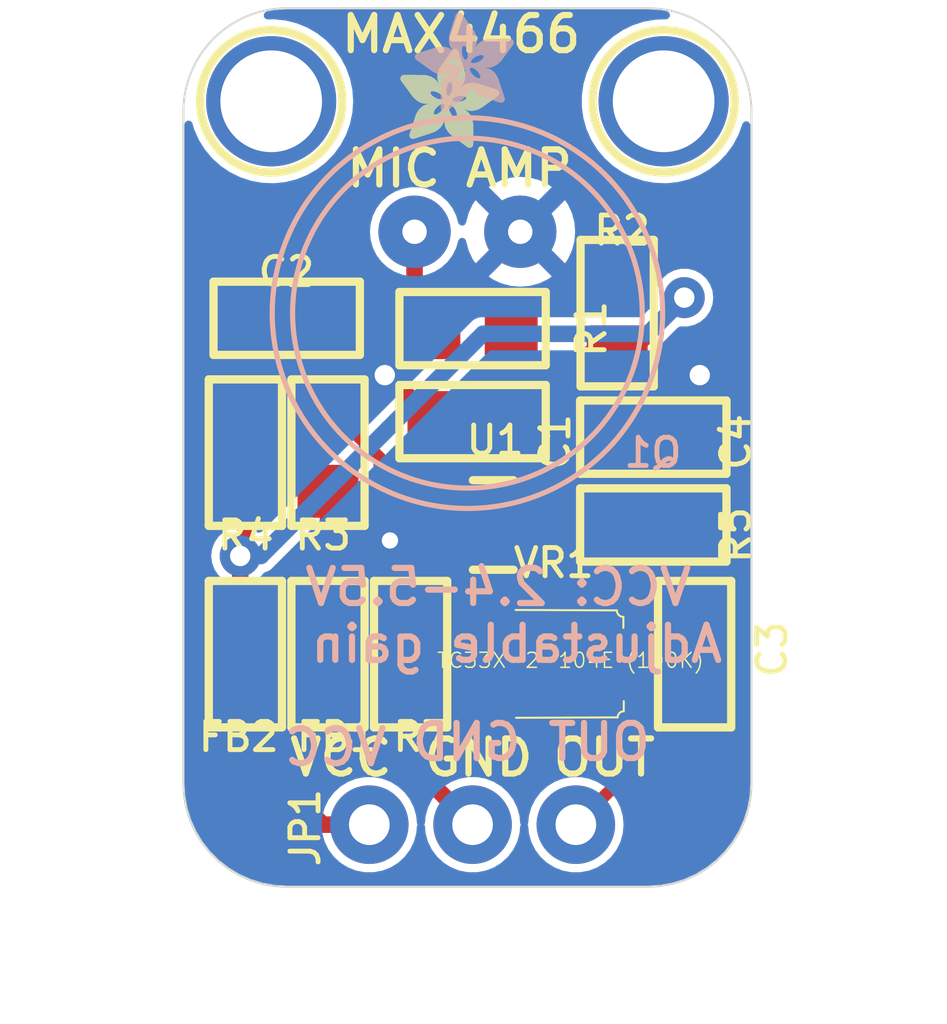
<source format=kicad_pcb>
(kicad_pcb (version 20221018) (generator pcbnew)
  (layers (0 "F.Cu" signal) (31 "B.Cu" signal) (34 "B.Paste" user) (35 "F.Paste" user) (36 "B.SilkS" user "B.Silkscreen") (37 "F.SilkS" user "F.Silkscreen") (38 "B.Mask" user) (39 "F.Mask" user) (44 "Edge.Cuts" user))
  (net 0 "")
  (net 1 "GND")
  (net 2 "VCC")
  (net 3 "N$3")
  (net 4 "N$4")
  (net 5 "N$5")
  (net 6 "AVCC")
  (net 7 "AGND")
  (net 8 "N$6")
  (net 9 "N$1")
  (net 10 "N$7")
  (net 11 "N$2")
  (footprint "working:0805" (layer "F.Cu") (at 148.6281 104.3686 180)
    (fp_text reference "C1" (at -2.032 0.254 90) (layer "F.SilkS") (effects (font (size 0.692831 0.692831) (thickness 0.119969)) (justify right)))
    (fp_text value "0.1µF")
    (pad "1" smd roundrect (at -0.95 0 180) (size 1.3 1.5) (layers "F.Cu" "F.Paste" "F.Mask") (roundrect_rratio 0.07815384615) (net 4 "N$4"))
    (pad "2" smd roundrect (at 0.95 0 180) (size 1.3 1.5) (layers "F.Cu" "F.Paste" "F.Mask") (roundrect_rratio 0.07815384615) (net 7 "AGND"))
  )
  (footprint "working:0805" (layer "F.Cu") (at 145.0721 110.0836 90)
    (fp_text reference "FB1" (at -2.032 1.27) (layer "F.SilkS") (effects (font (size 0.692831 0.692831) (thickness 0.119969)) (justify right)))
    (fp_text value "FERRITE")
    (pad "1" smd roundrect (at -0.95 0 90) (size 1.3 1.5) (layers "F.Cu" "F.Paste" "F.Mask") (roundrect_rratio 0.07815384615) (net 1 "GND"))
    (pad "2" smd roundrect (at 0.95 0 90) (size 1.3 1.5) (layers "F.Cu" "F.Paste" "F.Mask") (roundrect_rratio 0.07815384615) (net 7 "AGND"))
  )
  (footprint "working:MOUNTINGHOLE_2.5_PLATED" (layer "F.Cu") (at 143.6751 96.4946)
    (fp_text reference "U$11" hide)
    (fp_text value "MOUNTINGHOLE2.5" hide)
    (pad "P$1" thru_hole circle (at 0 0) (size 3.2 3.2) (drill 2.5) (layers "*.Cu" "*.Mask"))
    (zone (net 0) (net_name "") (layer "B.Cu") (connect_pads (clearance 0)) (min_thickness 0.25)
      (keepout (tracks not_allowed) (vias not_allowed) (pads not_allowed) (copperpour not_allowed) (footprints allowed))
      (fill (thermal_gap 0.5) (thermal_bridge_width 0.5))
      (polygon (pts (xy 145.6911 96.4946) (xy 145.67148 96.214027) (xy 145.613004 95.938915) (xy 145.516808 95.674619) (xy 145.384765 95.426283) (xy 145.219446 95.19874) (xy 145.024067 94.99642) (xy 144.802433 94.82326) (xy 144.558856 94.682631) (xy 144.298078 94.57727) (xy 144.025175 94.509228) (xy 143.745457 94.479828) (xy 143.464371 94.489644) (xy 143.187385 94.538484) (xy 142.919893 94.625397) (xy 142.6671 94.748693) (xy 142.433926 94.90597) (xy 142.224911 95.094169) (xy 142.044122 95.309625) (xy 141.895078 95.548145) (xy 141.78068 95.805087) (xy 141.703154 96.07545) (xy 141.664011 96.353971) (xy 141.664011 96.635229) (xy 141.703154 96.91375) (xy 141.78068 97.184113) (xy 141.895078 97.441055) (xy 142.044122 97.679575) (xy 142.224911 97.895031) (xy 142.433926 98.08323) (xy 142.6671 98.240507) (xy 142.919893 98.363803) (xy 143.187385 98.450716) (xy 143.464371 98.499556) (xy 143.745457 98.509372) (xy 144.025175 98.479972) (xy 144.298078 98.41193) (xy 144.558856 98.306569) (xy 144.802433 98.16594) (xy 145.024067 97.99278) (xy 145.219446 97.79046) (xy 145.384765 97.562917) (xy 145.516808 97.314581) (xy 145.613004 97.050285) (xy 145.67148 96.775173)))
      (polygon (pts (xy 143.6591 96.4946) (xy 143.663786 96.505914) (xy 143.6751 96.5106) (xy 143.686414 96.505914) (xy 143.6911 96.4946) (xy 143.686414 96.483286) (xy 143.6751 96.4786) (xy 143.663786 96.483286)))
    )
  )
  (footprint "working:0805" (layer "F.Cu") (at 145.0721 105.1306 90)
    (fp_text reference "R3" (at -2.032 0.635) (layer "F.SilkS") (effects (font (size 0.692831 0.692831) (thickness 0.119969)) (justify right)))
    (fp_text value "1M")
    (pad "1" smd roundrect (at -0.95 0 90) (size 1.3 1.5) (layers "F.Cu" "F.Paste" "F.Mask") (roundrect_rratio 0.07815384615) (net 7 "AGND"))
    (pad "2" smd roundrect (at 0.95 0 90) (size 1.3 1.5) (layers "F.Cu" "F.Paste" "F.Mask") (roundrect_rratio 0.07815384615) (net 5 "N$5"))
  )
  (footprint "working:TRIMPOT_BOURNS_TC33X-2" (layer "F.Cu") (at 150.7871 110.3376 -90)
    (fp_text reference "VR1" (at -2.496 -0.89) (layer "F.SilkS") (effects (font (size 0.692831 0.692831) (thickness 0.119969)) (justify right)))
    (fp_text value "TC33X-2-104E (100K)" (at -0.101 -3.557) (layer "F.SilkS") (effects (font (size 0.369824 0.369824) (thickness 0.036576)) (justify right)))
    (pad "1" smd roundrect (at -1 1.8 270) (size 1.2 1.2) (layers "F.Cu" "F.Paste" "F.Mask") (roundrect_rratio 0.08466666667) (net 8 "N$6"))
    (pad "2" smd roundrect (at 0 -1.45 270) (size 1.6 1.5) (layers "F.Cu" "F.Paste" "F.Mask") (roundrect_rratio 0.06773333333) (net 8 "N$6"))
    (pad "3" smd roundrect (at 1 1.8 270) (size 1.2 1.2) (layers "F.Cu" "F.Paste" "F.Mask") (roundrect_rratio 0.08466666667) (net 11 "N$2"))
  )
  (footprint "working:0805" (layer "F.Cu") (at 143.0401 105.1306 -90)
    (fp_text reference "R4" (at 2.032 -0.762) (layer "F.SilkS") (effects (font (size 0.692831 0.692831) (thickness 0.119969)) (justify right)))
    (fp_text value "1M")
    (pad "1" smd roundrect (at -0.95 0 270) (size 1.3 1.5) (layers "F.Cu" "F.Paste" "F.Mask") (roundrect_rratio 0.07815384615) (net 5 "N$5"))
    (pad "2" smd roundrect (at 0.95 0 270) (size 1.3 1.5) (layers "F.Cu" "F.Paste" "F.Mask") (roundrect_rratio 0.07815384615) (net 6 "AVCC"))
  )
  (footprint "working:MOUNTINGHOLE_2.5_PLATED" (layer "F.Cu") (at 153.3271 96.4946)
    (fp_text reference "U$14" hide)
    (fp_text value "MOUNTINGHOLE2.5" hide)
    (pad "P$1" thru_hole circle (at 0 0) (size 3.2 3.2) (drill 2.5) (layers "*.Cu" "*.Mask"))
    (zone (net 0) (net_name "") (layer "B.Cu") (connect_pads (clearance 0)) (min_thickness 0.25)
      (keepout (tracks not_allowed) (vias not_allowed) (pads not_allowed) (copperpour not_allowed) (footprints allowed))
      (fill (thermal_gap 0.5) (thermal_bridge_width 0.5))
      (polygon (pts (xy 155.3431 96.4946) (xy 155.32348 96.214027) (xy 155.265004 95.938915) (xy 155.168808 95.674619) (xy 155.036765 95.426283) (xy 154.871446 95.19874) (xy 154.676067 94.99642) (xy 154.454433 94.82326) (xy 154.210856 94.682631) (xy 153.950078 94.57727) (xy 153.677175 94.509228) (xy 153.397457 94.479828) (xy 153.116371 94.489644) (xy 152.839385 94.538484) (xy 152.571893 94.625397) (xy 152.3191 94.748693) (xy 152.085926 94.90597) (xy 151.876911 95.094169) (xy 151.696122 95.309625) (xy 151.547078 95.548145) (xy 151.43268 95.805087) (xy 151.355154 96.07545) (xy 151.316011 96.353971) (xy 151.316011 96.635229) (xy 151.355154 96.91375) (xy 151.43268 97.184113) (xy 151.547078 97.441055) (xy 151.696122 97.679575) (xy 151.876911 97.895031) (xy 152.085926 98.08323) (xy 152.3191 98.240507) (xy 152.571893 98.363803) (xy 152.839385 98.450716) (xy 153.116371 98.499556) (xy 153.397457 98.509372) (xy 153.677175 98.479972) (xy 153.950078 98.41193) (xy 154.210856 98.306569) (xy 154.454433 98.16594) (xy 154.676067 97.99278) (xy 154.871446 97.79046) (xy 155.036765 97.562917) (xy 155.168808 97.314581) (xy 155.265004 97.050285) (xy 155.32348 96.775173)))
      (polygon (pts (xy 153.3111 96.4946) (xy 153.315786 96.505914) (xy 153.3271 96.5106) (xy 153.338414 96.505914) (xy 153.3431 96.4946) (xy 153.338414 96.483286) (xy 153.3271 96.4786) (xy 153.315786 96.483286)))
    )
  )
  (footprint "working:ADAFRUIT_2.5MM" (layer "F.Cu") (at 146.8501 97.6376)
    (fp_text reference "U$16" hide)
    (fp_text value "" hide)
  )
  (footprint "working:0805" (layer "F.Cu") (at 153.0731 106.9086 180)
    (fp_text reference "R5" (at -2.032 0.508 90) (layer "F.SilkS") (effects (font (size 0.692831 0.692831) (thickness 0.119969)) (justify right)))
    (fp_text value "1K")
    (pad "1" smd roundrect (at -0.95 0 180) (size 1.3 1.5) (layers "F.Cu" "F.Paste" "F.Mask") (roundrect_rratio 0.07815384615) (net 10 "N$7"))
    (pad "2" smd roundrect (at 0.95 0 180) (size 1.3 1.5) (layers "F.Cu" "F.Paste" "F.Mask") (roundrect_rratio 0.07815384615) (net 9 "N$1"))
  )
  (footprint "working:SC70-5" (layer "F.Cu") (at 149.1361 106.9086 -90)
    (fp_text reference "U1" (at -2.079 -0.819) (layer "F.SilkS") (effects (font (size 0.692831 0.692831) (thickness 0.119969)) (justify right)))
    (fp_text value "MAX4466EXK+T")
    (pad "1" smd roundrect (at -0.65 0.85 270) (size 0.35 1.15) (layers "F.Cu" "F.Paste" "F.Mask") (roundrect_rratio 0.2902857143) (net 5 "N$5"))
    (pad "2" smd roundrect (at 0 0.85 270) (size 0.35 1.15) (layers "F.Cu" "F.Paste" "F.Mask") (roundrect_rratio 0.2902857143) (net 7 "AGND"))
    (pad "3" smd roundrect (at 0.65 0.85 270) (size 0.35 1.15) (layers "F.Cu" "F.Paste" "F.Mask") (roundrect_rratio 0.2902857143) (net 9 "N$1"))
    (pad "4" smd roundrect (at 0.65 -0.85 270) (size 0.35 1.15) (layers "F.Cu" "F.Paste" "F.Mask") (roundrect_rratio 0.2902857143) (net 8 "N$6"))
    (pad "5" smd roundrect (at -0.65 -0.85 270) (size 0.35 1.15) (layers "F.Cu" "F.Paste" "F.Mask") (roundrect_rratio 0.2902857143) (net 6 "AVCC"))
  )
  (footprint "working:1X03_ROUND_76" (layer "F.Cu") (at 148.6281 114.2746)
    (fp_text reference "JP1" (at -4.1148 1.0922 90) (layer "F.SilkS") (effects (font (size 0.692831 0.692831) (thickness 0.119969)) (justify left)))
    (fp_text value "")
    (pad "1" thru_hole circle (at -2.54 0 90) (size 1.9304 1.9304) (drill 1) (layers "*.Cu" "*.Mask") (net 2 "VCC"))
    (pad "2" thru_hole circle (at 0 0 90) (size 1.9304 1.9304) (drill 1) (layers "*.Cu" "*.Mask") (net 1 "GND"))
    (pad "3" thru_hole circle (at 2.54 0 90) (size 1.9304 1.9304) (drill 1) (layers "*.Cu" "*.Mask") (net 8 "N$6"))
  )
  (footprint "working:FIDUCIAL_1MM" (layer "F.Cu") (at 143.1671 99.5426)
    (fp_text reference "FID2" hide)
    (fp_text value "FIDUCIAL\"\"" hide)
    (pad "1" smd roundrect (at 0 0) (size 1 1) (layers "F.Cu") (roundrect_rratio 0.5))
  )
  (footprint "working:FIDUCIAL_1MM" (layer "F.Cu") (at 153.9621 113.3856)
    (fp_text reference "FID1" hide)
    (fp_text value "FIDUCIAL\"\"" hide)
    (pad "1" smd roundrect (at 0 0) (size 1 1) (layers "F.Cu") (roundrect_rratio 0.5))
  )
  (footprint "working:0805" (layer "F.Cu") (at 147.1041 110.0836 -90)
    (fp_text reference "R7" (at 2.032 -1.016) (layer "F.SilkS") (effects (font (size 0.692831 0.692831) (thickness 0.119969)) (justify right)))
    (fp_text value "22K")
    (pad "1" smd roundrect (at -0.95 0 270) (size 1.3 1.5) (layers "F.Cu" "F.Paste" "F.Mask") (roundrect_rratio 0.07815384615) (net 9 "N$1"))
    (pad "2" smd roundrect (at 0.95 0 270) (size 1.3 1.5) (layers "F.Cu" "F.Paste" "F.Mask") (roundrect_rratio 0.07815384615) (net 11 "N$2"))
  )
  (footprint "working:0805" (layer "F.Cu") (at 143.0401 110.0836 -90)
    (fp_text reference "FB2" (at 2.032 -0.889) (layer "F.SilkS") (effects (font (size 0.692831 0.692831) (thickness 0.119969)) (justify right)))
    (fp_text value "FERRITE")
    (pad "1" smd roundrect (at -0.95 0 270) (size 1.3 1.5) (layers "F.Cu" "F.Paste" "F.Mask") (roundrect_rratio 0.07815384615) (net 6 "AVCC"))
    (pad "2" smd roundrect (at 0.95 0 270) (size 1.3 1.5) (layers "F.Cu" "F.Paste" "F.Mask") (roundrect_rratio 0.07815384615) (net 2 "VCC"))
  )
  (footprint "working:0805" (layer "F.Cu") (at 152.1841 101.7016 -90)
    (fp_text reference "R2" (at -2.032 0.635) (layer "F.SilkS") (effects (font (size 0.692831 0.692831) (thickness 0.119969)) (justify left)))
    (fp_text value "1K")
    (pad "1" smd roundrect (at -0.95 0 270) (size 1.3 1.5) (layers "F.Cu" "F.Paste" "F.Mask") (roundrect_rratio 0.07815384615) (net 4 "N$4"))
    (pad "2" smd roundrect (at 0.95 0 270) (size 1.3 1.5) (layers "F.Cu" "F.Paste" "F.Mask") (roundrect_rratio 0.07815384615) (net 6 "AVCC"))
  )
  (footprint "working:0805" (layer "F.Cu") (at 154.0891 110.0836 90)
    (fp_text reference "C3" (at -0.635 1.905 90) (layer "F.SilkS") (effects (font (size 0.692831 0.692831) (thickness 0.119969)) (justify left)))
    (fp_text value "100pF")
    (pad "1" smd roundrect (at -0.95 0 90) (size 1.3 1.5) (layers "F.Cu" "F.Paste" "F.Mask") (roundrect_rratio 0.07815384615) (net 8 "N$6"))
    (pad "2" smd roundrect (at 0.95 0 90) (size 1.3 1.5) (layers "F.Cu" "F.Paste" "F.Mask") (roundrect_rratio 0.07815384615) (net 9 "N$1"))
  )
  (footprint "working:0805" (layer "F.Cu") (at 148.6281 102.0826)
    (fp_text reference "R1" (at 2.921 0.762 90) (layer "F.SilkS") (effects (font (size 0.692831 0.692831) (thickness 0.119969)) (justify left)))
    (fp_text value "1K")
    (pad "1" smd roundrect (at -0.95 0) (size 1.3 1.5) (layers "F.Cu" "F.Paste" "F.Mask") (roundrect_rratio 0.07815384615) (net 3 "N$3"))
    (pad "2" smd roundrect (at 0.95 0) (size 1.3 1.5) (layers "F.Cu" "F.Paste" "F.Mask") (roundrect_rratio 0.07815384615) (net 4 "N$4"))
  )
  (footprint "working:0805" (layer "F.Cu") (at 153.0731 104.7496 180)
    (fp_text reference "C4" (at -2.032 0.635 90) (layer "F.SilkS") (effects (font (size 0.692831 0.692831) (thickness 0.119969)) (justify right)))
    (fp_text value "10uF")
    (pad "1" smd roundrect (at -0.95 0 180) (size 1.3 1.5) (layers "F.Cu" "F.Paste" "F.Mask") (roundrect_rratio 0.07815384615) (net 10 "N$7"))
    (pad "2" smd roundrect (at 0.95 0 180) (size 1.3 1.5) (layers "F.Cu" "F.Paste" "F.Mask") (roundrect_rratio 0.07815384615) (net 7 "AGND"))
  )
  (footprint "working:0805" (layer "F.Cu") (at 144.0561 101.8286 180)
    (fp_text reference "C2" (at 0.762 1.143) (layer "F.SilkS") (effects (font (size 0.692831 0.692831) (thickness 0.119969)) (justify left)))
    (fp_text value "0.01uF")
    (pad "1" smd roundrect (at -0.95 0 180) (size 1.3 1.5) (layers "F.Cu" "F.Paste" "F.Mask") (roundrect_rratio 0.07815384615) (net 3 "N$3"))
    (pad "2" smd roundrect (at 0.95 0 180) (size 1.3 1.5) (layers "F.Cu" "F.Paste" "F.Mask") (roundrect_rratio 0.07815384615) (net 5 "N$5"))
  )
  (footprint "working:ELECTRET_9.7" (layer "B.Cu") (at 148.5011 101.7016 180)
    (fp_text reference "Q1" (at -5.334 -3.429) (layer "B.SilkS") (effects (font (size 0.692831 0.692831) (thickness 0.119969)) (justify left mirror)))
    (fp_text value "CMA-4544PF-W")
    (pad "+" thru_hole circle (at 1.3 2 180) (size 1.778 1.778) (drill 0.6) (layers "*.Cu" "*.Mask") (net 3 "N$3"))
    (pad "-" thru_hole circle (at -1.3 2 180) (size 1.778 1.778) (drill 0.6) (layers "*.Cu" "*.Mask") (net 7 "AGND"))
  )
  (footprint "working:ADAFRUIT_2.5MM" (layer "B.Cu") (at 149.6441 96.7486 180)
    (fp_text reference "U$17" hide)
    (fp_text value "" hide)
  )
  (gr_arc (start 141.5161 96.7486) (mid 142.260049 94.952549) (end 144.0561 94.2086) (stroke (width 0.05)) (layer "Edge.Cuts"))
  (gr_arc (start 155.4861 113.2586) (mid 154.742151 115.054651) (end 152.9461 115.7986) (stroke (width 0.05)) (layer "Edge.Cuts"))
  (gr_line (start 141.5161 96.7486) (end 141.5161 113.2586) (stroke (width 0.05)) (layer "Edge.Cuts"))
  (gr_arc (start 144.0561 115.7986) (mid 142.260049 115.054651) (end 141.5161 113.2586) (stroke (width 0.05)) (layer "Edge.Cuts"))
  (gr_arc (start 152.9461 94.2086) (mid 154.742151 94.952549) (end 155.4861 96.7486) (stroke (width 0.05)) (layer "Edge.Cuts"))
  (gr_line (start 152.9461 94.2086) (end 144.0561 94.2086) (stroke (width 0.05)) (layer "Edge.Cuts"))
  (gr_line (start 144.0561 115.7986) (end 152.9461 115.7986) (stroke (width 0.05)) (layer "Edge.Cuts"))
  (gr_line (start 155.4861 113.2586) (end 155.4861 96.7486) (stroke (width 0.05)) (layer "Edge.Cuts"))
  (gr_text "VCC: 2.4-5.5V" (at 154.0891 108.9406) (layer "B.SilkS") (effects (font (size 0.8636 0.8636) (thickness 0.1524)) (justify left bottom mirror)))
  (gr_text "VCC" (at 146.5961 112.8776) (layer "B.SilkS") (effects (font (size 0.8636 0.8636) (thickness 0.1524)) (justify left bottom mirror)))
  (gr_text "Adjustable gain" (at 154.8511 110.3376) (layer "B.SilkS") (effects (font (size 0.8636 0.8636) (thickness 0.1524)) (justify left bottom mirror)))
  (gr_text "OUT" (at 153.0731 112.7506) (layer "B.SilkS") (effects (font (size 0.8636 0.8636) (thickness 0.1524)) (justify left bottom mirror)))
  (gr_text "GND" (at 149.8981 112.7506) (layer "B.SilkS") (effects (font (size 0.8636 0.8636) (thickness 0.1524)) (justify left bottom mirror)))
  (gr_text "MIC AMP" (at 145.4531 98.6536) (layer "F.SilkS") (effects (font (size 0.8636 0.8636) (thickness 0.1524)) (justify left bottom)))
  (gr_text "MAX4466" (at 145.3261 95.3516) (layer "F.SilkS") (effects (font (size 0.8636 0.8636) (thickness 0.1524)) (justify left bottom)))
  (gr_text "VCC" (at 144.0561 113.1316) (layer "F.SilkS") (effects (font (size 0.8636 0.8636) (thickness 0.1524)) (justify left bottom)))
  (gr_text "GND" (at 147.3581 113.1316) (layer "F.SilkS") (effects (font (size 0.8636 0.8636) (thickness 0.1524)) (justify left bottom)))
  (gr_text "OUT" (at 150.5331 113.1316) (layer "F.SilkS") (effects (font (size 0.8636 0.8636) (thickness 0.1524)) (justify left bottom)))
  (segment (start 145.0721 111.9886) (end 145.0721 111.0336) (width 0.4064) (layer "F.Cu") (net 1))
  (segment (start 145.7071 112.6236) (end 145.0721 111.9886) (width 0.4064) (layer "F.Cu") (net 1))
  (segment (start 146.9771 112.6236) (end 145.7071 112.6236) (width 0.4064) (layer "F.Cu") (net 1))
  (segment (start 148.6281 114.2746) (end 146.9771 112.6236) (width 0.4064) (layer "F.Cu") (net 1))
  (segment (start 143.0401 112.3696) (end 143.0401 111.0336) (width 0.4064) (layer "F.Cu") (net 2))
  (segment (start 144.9451 114.2746) (end 143.0401 112.3696) (width 0.4064) (layer "F.Cu") (net 2))
  (segment (start 146.0881 114.2746) (end 144.9451 114.2746) (width 0.4064) (layer "F.Cu") (net 2))
  (segment (start 145.2601 102.0826) (end 147.6781 102.0826) (width 0.4064) (layer "F.Cu") (net 3))
  (segment (start 145.0061 101.8286) (end 145.2601 102.0826) (width 0.4064) (layer "F.Cu") (net 3))
  (segment (start 147.2011 101.6056) (end 147.2011 99.7016) (width 0.4064) (layer "F.Cu") (net 3))
  (segment (start 147.6781 102.0826) (end 147.2011 101.6056) (width 0.4064) (layer "F.Cu") (net 3))
  (segment (start 149.5781 102.0826) (end 150.9091 100.7516) (width 0.4064) (layer "F.Cu") (net 4))
  (segment (start 150.9091 100.7516) (end 152.1841 100.7516) (width 0.4064) (layer "F.Cu") (net 4))
  (segment (start 149.5781 102.0826) (end 149.5781 104.3686) (width 0.4064) (layer "F.Cu") (net 4))
  (segment (start 146.8351 106.2586) (end 146.3421 105.7656) (width 0.3048) (layer "F.Cu") (net 5))
  (segment (start 143.0401 101.8946) (end 143.0401 104.1806) (width 0.4064) (layer "F.Cu") (net 5))
  (segment (start 143.1061 101.8286) (end 143.0401 101.8946) (width 0.4064) (layer "F.Cu") (net 5))
  (segment (start 146.3421 105.2576) (end 145.2651 104.1806) (width 0.3048) (layer "F.Cu") (net 5))
  (segment (start 146.3421 105.7656) (end 146.3421 105.2576) (width 0.3048) (layer "F.Cu") (net 5))
  (segment (start 145.2651 104.1806) (end 145.0721 104.1806) (width 0.3048) (layer "F.Cu") (net 5))
  (segment (start 148.2861 106.2586) (end 146.8351 106.2586) (width 0.3048) (layer "F.Cu") (net 5))
  (segment (start 143.0401 104.1806) (end 145.0721 104.1806) (width 0.4064) (layer "F.Cu") (net 5))
  (segment (start 145.5191 104.1806) (end 145.0721 104.1806) (width 0.3048) (layer "F.Cu") (net 5))
  (segment (start 150.9141 105.3306) (end 150.9141 103.2256) (width 0.3048) (layer "F.Cu") (net 6))
  (segment (start 153.8351 101.3206) (end 152.5041 102.6516) (width 0.4064) (layer "F.Cu") (net 6))
  (segment (start 142.9131 109.3876) (end 142.9131 107.6706) (width 0.4064) (layer "F.Cu") (net 6))
  (segment (start 143.0401 109.1336) (end 142.9131 109.3876) (width 0.4064) (layer "F.Cu") (net 6))
  (segment (start 143.0401 107.5436) (end 142.9131 107.6706) (width 0.4064) (layer "F.Cu") (net 6))
  (segment (start 151.4881 102.6516) (end 152.1841 102.6516) (width 0.3048) (layer "F.Cu") (net 6))
  (segment (start 152.5041 102.6516) (end 152.1841 102.6516) (width 0.4064) (layer "F.Cu") (net 6))
  (segment (start 150.9141 103.2256) (end 151.4881 102.6516) (width 0.3048) (layer "F.Cu") (net 6))
  (segment (start 149.9861 106.2586) (end 150.9141 105.3306) (width 0.3048) (layer "F.Cu") (net 6))
  (segment (start 143.0401 106.0806) (end 143.0401 107.5436) (width 0.4064) (layer "F.Cu") (net 6))
  (via (at 142.9131 107.6706) (size 1.008) (drill 0.5) (layers "F.Cu" "B.Cu") (net 6))
  (via (at 153.8351 101.3206) (size 1.008) (drill 0.5) (layers "F.Cu" "B.Cu") (net 6))
  (segment (start 148.8821 102.2096) (end 152.9461 102.2096) (width 0.4064) (layer "B.Cu") (net 6))
  (segment (start 142.9131 107.6706) (end 143.4211 107.6706) (width 0.4064) (layer "B.Cu") (net 6))
  (segment (start 152.9461 102.2096) (end 153.8351 101.3206) (width 0.4064) (layer "B.Cu") (net 6))
  (segment (start 143.4211 107.6706) (end 148.8821 102.2096) (width 0.4064) (layer "B.Cu") (net 6))
  (segment (start 152.1231 104.7496) (end 153.6471 103.2256) (width 0.3048) (layer "F.Cu") (net 7))
  (segment (start 145.0721 106.0806) (end 145.0721 107.4166) (width 0.4064) (layer "F.Cu") (net 7))
  (segment (start 147.6781 104.3686) (end 146.5351 103.2256) (width 0.4064) (layer "F.Cu") (net 7))
  (segment (start 146.5351 103.2256) (end 146.4691 103.2256) (width 0.4064) (layer "F.Cu") (net 7))
  (segment (start 146.5961 107.2896) (end 146.4691 107.4166) (width 0.4064) (layer "F.Cu") (net 7))
  (segment (start 153.6471 103.2256) (end 154.2161 103.2256) (width 0.3048) (layer "F.Cu") (net 7))
  (segment (start 145.0721 107.4166) (end 145.0721 109.1336) (width 0.4064) (layer "F.Cu") (net 7))
  (segment (start 148.2861 106.9086) (end 146.9771 106.9086) (width 0.4064) (layer "F.Cu") (net 7))
  (segment (start 146.4691 107.4166) (end 145.0721 107.4166) (width 0.4064) (layer "F.Cu") (net 7))
  (segment (start 145.3261 109.1336) (end 145.0721 109.1336) (width 0.4064) (layer "F.Cu") (net 7))
  (segment (start 146.9771 106.9086) (end 146.5961 107.2896) (width 0.4064) (layer "F.Cu") (net 7))
  (via (at 146.5961 107.2896) (size 0.908) (drill 0.4) (layers "F.Cu" "B.Cu") (net 7))
  (via (at 154.2161 103.2256) (size 1.008) (drill 0.5) (layers "F.Cu" "B.Cu") (net 7))
  (via (at 146.4691 103.2256) (size 1.008) (drill 0.5) (layers "F.Cu" "B.Cu") (net 7))
  (segment (start 154.2161 103.2256) (end 154.5971 103.2256) (width 0.3048) (layer "B.Cu") (net 7))
  (segment (start 146.4691 103.2256) (end 146.4691 102.9716) (width 0.4064) (layer "B.Cu") (net 7))
  (segment (start 148.9871 108.5576) (end 149.9861 107.5586) (width 0.3048) (layer "F.Cu") (net 8))
  (segment (start 152.2371 110.3376) (end 152.8061 111.0336) (width 0.3048) (layer "F.Cu") (net 8))
  (segment (start 152.2371 110.3376) (end 151.1101 109.3376) (width 0.3048) (layer "F.Cu") (net 8))
  (segment (start 151.1681 114.2746) (end 152.2371 113.2056) (width 0.3048) (layer "F.Cu") (net 8))
  (segment (start 152.2371 113.2056) (end 152.2371 110.3376) (width 0.3048) (layer "F.Cu") (net 8))
  (segment (start 152.8061 111.0336) (end 154.0891 111.0336) (width 0.3048) (layer "F.Cu") (net 8))
  (segment (start 151.1101 109.3376) (end 148.9871 109.3376) (width 0.3048) (layer "F.Cu") (net 8))
  (segment (start 148.9871 109.3376) (end 148.9871 108.5576) (width 0.3048) (layer "F.Cu") (net 8))
  (segment (start 151.9911 106.9086) (end 152.1231 106.9086) (width 0.4064) (layer "F.Cu") (net 9))
  (segment (start 153.3931 109.2606) (end 151.9301 107.6706) (width 0.3048) (layer "F.Cu") (net 9))
  (segment (start 154.0891 109.1336) (end 153.3931 109.2606) (width 0.3048) (layer "F.Cu") (net 9))
  (segment (start 148.2861 107.5586) (end 147.8511 107.5586) (width 0.4064) (layer "F.Cu") (net 9))
  (segment (start 147.8511 107.5586) (end 147.1041 108.3056) (width 0.4064) (layer "F.Cu") (net 9))
  (segment (start 151.9301 106.9696) (end 151.9911 106.9086) (width 0.4064) (layer "F.Cu") (net 9))
  (segment (start 148.8163 107.5586) (end 149.4663 106.9086) (width 0.254) (layer "F.Cu") (net 9))
  (segment (start 147.1041 108.3056) (end 147.1041 109.1336) (width 0.4064) (layer "F.Cu") (net 9))
  (segment (start 151.9301 107.6706) (end 151.9301 106.9696) (width 0.3048) (layer "F.Cu") (net 9))
  (segment (start 148.2861 107.5586) (end 148.8163 107.5586) (width 0.3048) (layer "F.Cu") (net 9))
  (segment (start 149.4663 106.9086) (end 152.1231 106.9086) (width 0.3048) (layer "F.Cu") (net 9))
  (segment (start 154.0231 104.7496) (end 154.0231 106.9086) (width 0.3048) (layer "F.Cu") (net 10))
  (segment (start 147.1541 111.3376) (end 148.9871 111.3376) (width 0.4064) (layer "F.Cu") (net 11))
  (segment (start 147.1041 111.0336) (end 147.1541 111.3376) (width 0.4064) (layer "F.Cu") (net 11))
  (zone (net 7) (net_name "AGND") (layer "B.Cu") (priority 6) (connect_pads (clearance 0.000001)) (min_thickness 0.2032) (fill yes (thermal_gap 0.4564) (thermal_bridge_width 0.4564))
    (polygon (pts (xy 155.6893 115.998106) (xy 141.4411 116.259541) (xy 141.311715 94.0054) (xy 155.6893 94.0054)))
  )
)
</source>
